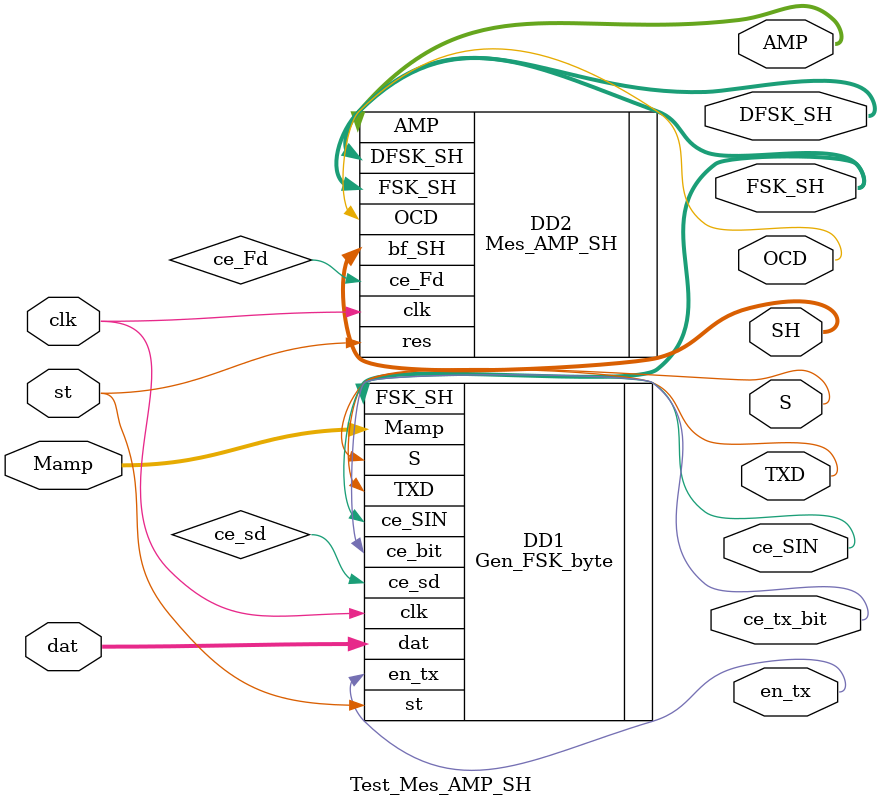
<source format=v>
module Test_Mes_AMP_SH(
	//--Ñèãíàëû ãåíåðàòîðà Gen_FSK_byte
	input clk, 			output wire [11:0]FSK_SH,//Ñèãíàë FSK
	input st, 			output wire S, //Çíàê SIN
	input [7:0]dat, 	output wire ce_SIN, //Ãðàíèöû ïåðèîäà SIN
	input [7:0]Mamp, 	output wire ce_tx_bit, //Ãðàíèöû áèò
							output wire en_tx, //Èíòåðâàë ïåðåäà÷è
							output wire TXD, //Ïåðåäàâàåìûå äàííûå
							//--Ñèãíàëû èçìåðèòåëÿ ñìåùåíèÿ è àìïëèòóäû
							output wire [11:0] DFSK_SH, //Çàäåðæàííûé ñèãíàë FSK
							output wire [12:0] SH, //Ñìåùåíèå
							output wire [11:0] AMP, //Àìïëèòóäà
							output wire OCD //Ñèãíàë ïðåâûøåíèÿ ïîðîãà
);
	//--Ãåíåðàòîð Gen_FSK_byte
	Gen_FSK_byte DD1 (
			.clk(clk), 			.FSK_SH(FSK_SH),
			.st(st), 			.S(S),
			.dat(dat), 			.ce_SIN(ce_SIN),
			.Mamp(Mamp), 		.ce_bit(ce_tx_bit),
									.en_tx(en_tx),
									.TXD(TXD),
									.ce_sd(ce_sd));
	//--Èçìåðèòåëü ñìåùåíèÿ è àìïëèòóäû--------
	Mes_AMP_SH DD2(
			.FSK_SH(FSK_SH), 	.DFSK_SH(DFSK_SH),//Çàäåðæàííûé ñèãíàë FSK_SH
			.clk(clk), 			.bf_SH(SH), //Ñìåùåíèå
			.res(st), 			.AMP(AMP), //Àìïëèòóäà
									.ce_Fd(ce_Fd), //Ñèíàë äèñêðåòèçàöèè
									.OCD(OCD));
	endmodule

</source>
